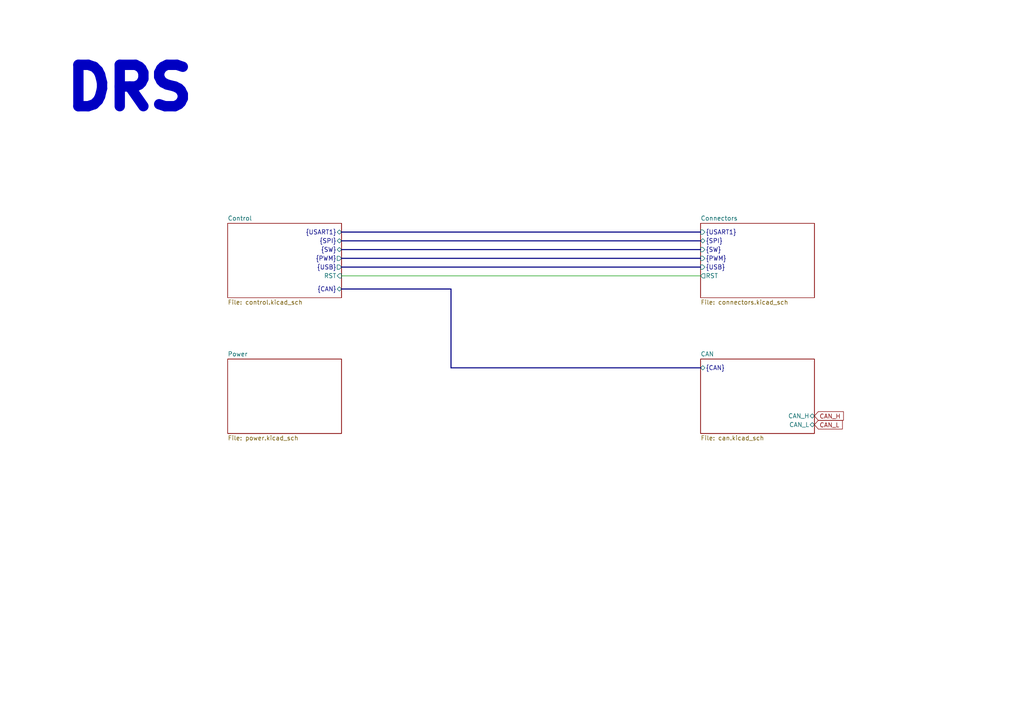
<source format=kicad_sch>
(kicad_sch
	(version 20250114)
	(generator "eeschema")
	(generator_version "9.0")
	(uuid "b652b05a-4e3d-4ad1-b032-18886abe7d45")
	(paper "A4")
	(title_block
		(title "Drag Reduction System")
		(date "2024-11-28")
		(rev "${REVISION}")
		(company "Author: Grzegorz Potocki")
		(comment 1 "Reviewer:")
	)
	(lib_symbols)
	(text "DRS"
		(exclude_from_sim no)
		(at 37.592 25.654 0)
		(effects
			(font
				(size 12 12)
				(thickness 4.8)
				(bold yes)
			)
		)
		(uuid "09e04bed-9fdc-4ac4-bd4f-1aac93964aa6")
	)
	(bus
		(pts
			(xy 99.06 67.31) (xy 203.2 67.31)
		)
		(stroke
			(width 0)
			(type default)
		)
		(uuid "0cba571d-09c2-4232-b193-82fc6a4df2c5")
	)
	(bus
		(pts
			(xy 99.06 83.82) (xy 130.81 83.82)
		)
		(stroke
			(width 0)
			(type default)
		)
		(uuid "63ef91a8-946c-499b-8ce3-f75182f261e2")
	)
	(wire
		(pts
			(xy 99.06 80.01) (xy 203.2 80.01)
		)
		(stroke
			(width 0)
			(type default)
		)
		(uuid "7af75c49-89b6-460f-8237-2d4d66330248")
	)
	(bus
		(pts
			(xy 99.06 74.93) (xy 203.2 74.93)
		)
		(stroke
			(width 0)
			(type default)
		)
		(uuid "810d915f-68cb-46c9-82b6-6080638e9c6b")
	)
	(bus
		(pts
			(xy 130.81 106.68) (xy 203.2 106.68)
		)
		(stroke
			(width 0)
			(type default)
		)
		(uuid "a901f555-e743-4825-a725-3ce73c819d91")
	)
	(bus
		(pts
			(xy 99.06 72.39) (xy 203.2 72.39)
		)
		(stroke
			(width 0)
			(type default)
		)
		(uuid "a975fc0c-d0c8-4d01-8e53-5705e5b1aeb8")
	)
	(bus
		(pts
			(xy 99.06 69.85) (xy 203.2 69.85)
		)
		(stroke
			(width 0)
			(type default)
		)
		(uuid "d13b4a07-fcbd-496f-91ad-7b597ad9e483")
	)
	(bus
		(pts
			(xy 99.06 77.47) (xy 203.2 77.47)
		)
		(stroke
			(width 0)
			(type default)
		)
		(uuid "e09023b5-1d7b-4367-9258-2c666fd4bb0f")
	)
	(bus
		(pts
			(xy 130.81 83.82) (xy 130.81 106.68)
		)
		(stroke
			(width 0)
			(type default)
		)
		(uuid "fdb16200-e3cd-482a-b954-a83b7f8b86e9")
	)
	(global_label "CAN_H"
		(shape input)
		(at 236.22 120.65 0)
		(fields_autoplaced yes)
		(effects
			(font
				(size 1.27 1.27)
			)
			(justify left)
		)
		(uuid "37a23eb0-efaf-4164-a23e-94fc8fa84602")
		(property "Intersheetrefs" "${INTERSHEET_REFS}"
			(at 245.1924 120.65 0)
			(effects
				(font
					(size 1.27 1.27)
				)
				(justify left)
				(hide yes)
			)
		)
	)
	(global_label "CAN_L"
		(shape input)
		(at 236.22 123.19 0)
		(fields_autoplaced yes)
		(effects
			(font
				(size 1.27 1.27)
			)
			(justify left)
		)
		(uuid "d2bf2bec-314e-4bfc-a2f2-658af3db8930")
		(property "Intersheetrefs" "${INTERSHEET_REFS}"
			(at 244.89 123.19 0)
			(effects
				(font
					(size 1.27 1.27)
				)
				(justify left)
				(hide yes)
			)
		)
	)
	(sheet
		(at 66.04 104.14)
		(size 33.02 21.59)
		(exclude_from_sim no)
		(in_bom yes)
		(on_board yes)
		(dnp no)
		(fields_autoplaced yes)
		(stroke
			(width 0.1524)
			(type solid)
		)
		(fill
			(color 0 0 0 0.0000)
		)
		(uuid "29f85ecd-7b45-4817-8022-029f79a199a0")
		(property "Sheetname" "Power"
			(at 66.04 103.4284 0)
			(effects
				(font
					(size 1.27 1.27)
				)
				(justify left bottom)
			)
		)
		(property "Sheetfile" "power.kicad_sch"
			(at 66.04 126.3146 0)
			(effects
				(font
					(size 1.27 1.27)
				)
				(justify left top)
			)
		)
		(instances
			(project "drs"
				(path "/b652b05a-4e3d-4ad1-b032-18886abe7d45"
					(page "3")
				)
			)
		)
	)
	(sheet
		(at 66.04 64.77)
		(size 33.02 21.59)
		(exclude_from_sim no)
		(in_bom yes)
		(on_board yes)
		(dnp no)
		(fields_autoplaced yes)
		(stroke
			(width 0.1524)
			(type solid)
		)
		(fill
			(color 0 0 0 0.0000)
		)
		(uuid "5a98a3dd-0349-471b-8829-e40d62018b04")
		(property "Sheetname" "Control"
			(at 66.04 64.0584 0)
			(effects
				(font
					(size 1.27 1.27)
				)
				(justify left bottom)
			)
		)
		(property "Sheetfile" "control.kicad_sch"
			(at 66.04 86.9446 0)
			(effects
				(font
					(size 1.27 1.27)
				)
				(justify left top)
			)
		)
		(pin "{CAN}" bidirectional
			(at 99.06 83.82 0)
			(uuid "c67d35ab-98dd-4f30-9299-5e8794e9f320")
			(effects
				(font
					(size 1.27 1.27)
				)
				(justify right)
			)
		)
		(pin "{SPI}" bidirectional
			(at 99.06 69.85 0)
			(uuid "ec50c503-4947-49ab-9c03-1b5e2b2ae523")
			(effects
				(font
					(size 1.27 1.27)
				)
				(justify right)
			)
		)
		(pin "{PWM}" output
			(at 99.06 74.93 0)
			(uuid "05a02395-fa9c-4788-8962-6b4e9086cedf")
			(effects
				(font
					(size 1.27 1.27)
				)
				(justify right)
			)
		)
		(pin "{USB}" output
			(at 99.06 77.47 0)
			(uuid "76947502-33bf-4e6c-b19d-66b4733fb10b")
			(effects
				(font
					(size 1.27 1.27)
				)
				(justify right)
			)
		)
		(pin "{SW}" bidirectional
			(at 99.06 72.39 0)
			(uuid "849c6158-a4b1-448f-9e01-b78935640efc")
			(effects
				(font
					(size 1.27 1.27)
				)
				(justify right)
			)
		)
		(pin "{USART1}" bidirectional
			(at 99.06 67.31 0)
			(uuid "c5ed92e7-7ef8-4d3a-b7aa-74e589670928")
			(effects
				(font
					(size 1.27 1.27)
				)
				(justify right)
			)
		)
		(pin "RST" input
			(at 99.06 80.01 0)
			(uuid "b701bd4a-73c6-492c-b2da-152e68b53782")
			(effects
				(font
					(size 1.27 1.27)
				)
				(justify right)
			)
		)
		(instances
			(project "drs"
				(path "/b652b05a-4e3d-4ad1-b032-18886abe7d45"
					(page "2")
				)
			)
		)
	)
	(sheet
		(at 203.2 104.14)
		(size 33.02 21.59)
		(exclude_from_sim no)
		(in_bom yes)
		(on_board yes)
		(dnp no)
		(fields_autoplaced yes)
		(stroke
			(width 0.1524)
			(type solid)
		)
		(fill
			(color 0 0 0 0.0000)
		)
		(uuid "b1fd2a01-bf35-4031-ba71-28db4e5321a0")
		(property "Sheetname" "CAN"
			(at 203.2 103.4284 0)
			(effects
				(font
					(size 1.27 1.27)
				)
				(justify left bottom)
			)
		)
		(property "Sheetfile" "can.kicad_sch"
			(at 203.2 126.3146 0)
			(effects
				(font
					(size 1.27 1.27)
				)
				(justify left top)
			)
		)
		(pin "CAN_H" bidirectional
			(at 236.22 120.65 0)
			(uuid "b27567d2-26fd-4f82-8749-be709511fefd")
			(effects
				(font
					(size 1.27 1.27)
				)
				(justify right)
			)
		)
		(pin "CAN_L" bidirectional
			(at 236.22 123.19 0)
			(uuid "39316a95-b65f-452a-94f9-e642fd5d309a")
			(effects
				(font
					(size 1.27 1.27)
				)
				(justify right)
			)
		)
		(pin "{CAN}" bidirectional
			(at 203.2 106.68 180)
			(uuid "f6c0ade7-c1b8-458b-8466-80f8cd1ec8bd")
			(effects
				(font
					(size 1.27 1.27)
				)
				(justify left)
			)
		)
		(instances
			(project "drs"
				(path "/b652b05a-4e3d-4ad1-b032-18886abe7d45"
					(page "5")
				)
			)
		)
	)
	(sheet
		(at 203.2 64.77)
		(size 33.02 21.59)
		(exclude_from_sim no)
		(in_bom yes)
		(on_board yes)
		(dnp no)
		(fields_autoplaced yes)
		(stroke
			(width 0.1524)
			(type solid)
		)
		(fill
			(color 0 0 0 0.0000)
		)
		(uuid "f3e8ebf7-786b-493f-9dff-a3955a7183ae")
		(property "Sheetname" "Connectors"
			(at 203.2 64.0584 0)
			(effects
				(font
					(size 1.27 1.27)
				)
				(justify left bottom)
			)
		)
		(property "Sheetfile" "connectors.kicad_sch"
			(at 203.2 86.9446 0)
			(effects
				(font
					(size 1.27 1.27)
				)
				(justify left top)
			)
		)
		(pin "{USB}" input
			(at 203.2 77.47 180)
			(uuid "c9153e3c-1284-4fe1-aa84-7c895d6a1615")
			(effects
				(font
					(size 1.27 1.27)
				)
				(justify left)
			)
		)
		(pin "{SPI}" bidirectional
			(at 203.2 69.85 180)
			(uuid "5cdf2956-fa0f-451e-89da-539f344cadc5")
			(effects
				(font
					(size 1.27 1.27)
				)
				(justify left)
			)
		)
		(pin "{PWM}" input
			(at 203.2 74.93 180)
			(uuid "1cdc3259-0e13-48b4-9390-774b70191efd")
			(effects
				(font
					(size 1.27 1.27)
				)
				(justify left)
			)
		)
		(pin "{USART1}" input
			(at 203.2 67.31 180)
			(uuid "3d3e4374-32cd-40a2-977a-2f32d2a74a64")
			(effects
				(font
					(size 1.27 1.27)
				)
				(justify left)
			)
		)
		(pin "{SW}" input
			(at 203.2 72.39 180)
			(uuid "59bd9c7f-17e8-4027-9741-96e5ab05bc8b")
			(effects
				(font
					(size 1.27 1.27)
				)
				(justify left)
			)
		)
		(pin "RST" output
			(at 203.2 80.01 180)
			(uuid "c9f5f254-c710-4c9f-b296-b9f6bb787351")
			(effects
				(font
					(size 1.27 1.27)
				)
				(justify left)
			)
		)
		(instances
			(project "drs"
				(path "/b652b05a-4e3d-4ad1-b032-18886abe7d45"
					(page "4")
				)
			)
		)
	)
	(sheet_instances
		(path "/"
			(page "1")
		)
	)
	(embedded_fonts no)
)

</source>
